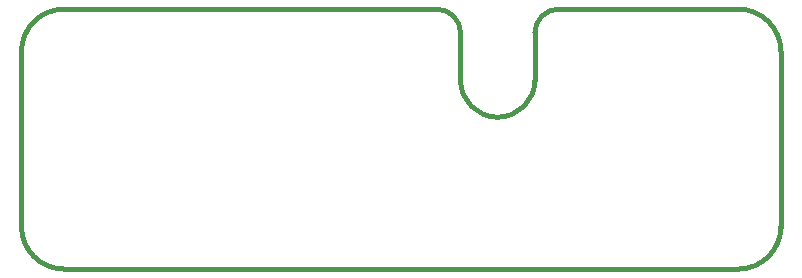
<source format=gbr>
%TF.GenerationSoftware,KiCad,Pcbnew,8.0.2*%
%TF.CreationDate,2025-12-10T20:43:24-08:00*%
%TF.ProjectId,USBHubV3,55534248-7562-4563-932e-6b696361645f,rev?*%
%TF.SameCoordinates,Original*%
%TF.FileFunction,Profile,NP*%
%FSLAX46Y46*%
G04 Gerber Fmt 4.6, Leading zero omitted, Abs format (unit mm)*
G04 Created by KiCad (PCBNEW 8.0.2) date 2025-12-10 20:43:24*
%MOMM*%
%LPD*%
G01*
G04 APERTURE LIST*
%TA.AperFunction,Profile*%
%ADD10C,0.400000*%
%TD*%
G04 APERTURE END LIST*
D10*
X0Y-3600013D02*
G75*
G02*
X3600000Y-13I3599984J16D01*
G01*
X43470000Y-2000013D02*
X43470000Y-6000004D01*
X3600000Y-22000004D02*
G75*
G02*
X-4Y-18400004I0J3600004D01*
G01*
X60707589Y-13D02*
G75*
G02*
X64299995Y-3600004I-7589J-3599987D01*
G01*
X43470000Y-6000004D02*
G75*
G02*
X37170000Y-6000004I-3150000J-9D01*
G01*
X64300000Y-18407593D02*
G75*
G02*
X60700000Y-22000008I-3600000J7593D01*
G01*
X35175656Y-13D02*
G75*
G02*
X37169995Y-2000004I-5656J-1999987D01*
G01*
X37170000Y-2000004D02*
X37170000Y-6000004D01*
X43470000Y-2000013D02*
G75*
G02*
X45470000Y0I2000000J13D01*
G01*
X3600000Y-22000013D02*
X3600000Y-22000004D01*
X0Y-18400004D02*
X0Y-3600013D01*
X64300000Y-18407593D02*
X64300000Y-3600004D01*
X35175656Y-13D02*
X3600000Y-13D01*
X60707589Y-13D02*
X45470000Y-13D01*
X60700000Y-22000013D02*
X3600000Y-22000013D01*
M02*

</source>
